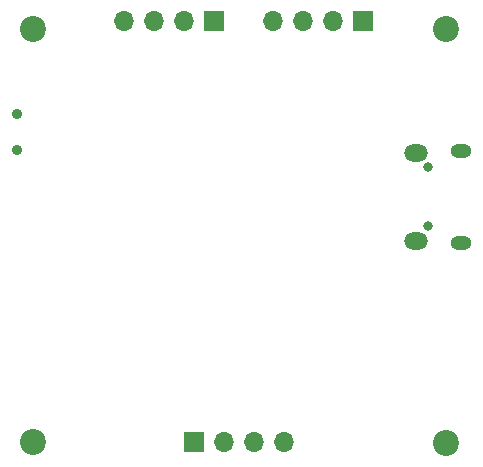
<source format=gbr>
%TF.GenerationSoftware,KiCad,Pcbnew,(6.0.10)*%
%TF.CreationDate,2023-02-14T22:37:11+03:00*%
%TF.ProjectId,BluePill,426c7565-5069-46c6-9c2e-6b696361645f,rev?*%
%TF.SameCoordinates,Original*%
%TF.FileFunction,Soldermask,Bot*%
%TF.FilePolarity,Negative*%
%FSLAX46Y46*%
G04 Gerber Fmt 4.6, Leading zero omitted, Abs format (unit mm)*
G04 Created by KiCad (PCBNEW (6.0.10)) date 2023-02-14 22:37:11*
%MOMM*%
%LPD*%
G01*
G04 APERTURE LIST*
%ADD10C,2.200000*%
%ADD11C,0.900000*%
%ADD12R,1.700000X1.700000*%
%ADD13O,1.700000X1.700000*%
%ADD14O,0.800000X0.800000*%
%ADD15O,2.000000X1.450000*%
%ADD16O,1.800000X1.150000*%
G04 APERTURE END LIST*
D10*
%TO.C,H2*%
X97000000Y-82916600D03*
%TD*%
%TO.C,H3*%
X97000000Y-48000000D03*
%TD*%
%TO.C,H4*%
X132000000Y-48000000D03*
%TD*%
D11*
%TO.C,SW1*%
X95670000Y-58191200D03*
X95670000Y-55191200D03*
%TD*%
D12*
%TO.C,J1*%
X112359600Y-47244000D03*
D13*
X109819600Y-47244000D03*
X107279600Y-47244000D03*
X104739600Y-47244000D03*
%TD*%
D12*
%TO.C,J2*%
X110677800Y-82931000D03*
D13*
X113217800Y-82931000D03*
X115757800Y-82931000D03*
X118297800Y-82931000D03*
%TD*%
D12*
%TO.C,J3*%
X124958000Y-47244000D03*
D13*
X122418000Y-47244000D03*
X119878000Y-47244000D03*
X117338000Y-47244000D03*
%TD*%
D14*
%TO.C,J4*%
X130525000Y-64670000D03*
X130525000Y-59670000D03*
D15*
X129475000Y-58445000D03*
D16*
X133275000Y-58295000D03*
X133275000Y-66045000D03*
D15*
X129475000Y-65895000D03*
%TD*%
D10*
%TO.C,H1*%
X132000000Y-83000000D03*
%TD*%
M02*

</source>
